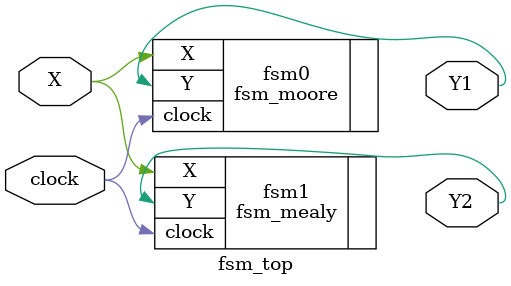
<source format=v>
module fsm_top(Y1, Y2, X, clock);

    input  X, clock;
    output Y1, Y2;
    
    
    fsm_moore fsm0(.Y(Y1), .X(X), .clock(clock));
    fsm_mealy fsm1(.Y(Y2), .X(X), .clock(clock));
endmodule
</source>
